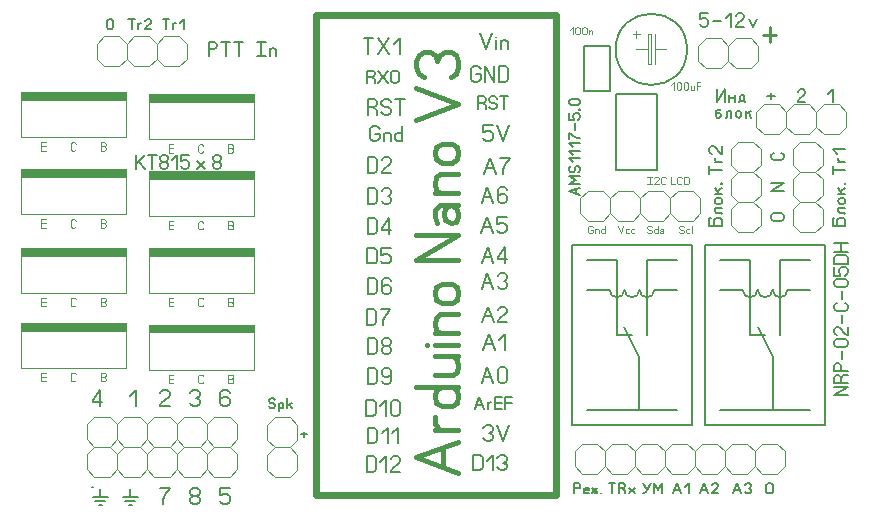
<source format=gbr>
%FSLAX34Y34*%
%MOMM*%
%LNSILK_TOP*%
G71*
G01*
%ADD10C, 0.600*%
%ADD11C, 0.440*%
%ADD12C, 0.170*%
%ADD13C, 0.133*%
%ADD14C, 0.150*%
%ADD15C, 0.159*%
%ADD16C, 0.100*%
%ADD17C, 0.206*%
%ADD18C, 0.278*%
%ADD19C, 0.111*%
%ADD20C, 0.200*%
%ADD21C, 0.191*%
%ADD22C, 0.089*%
%ADD23C, 0.144*%
%ADD24C, 0.167*%
%ADD25C, 0.000*%
%LPD*%
G54D10*
X474662Y-417388D02*
X271462Y-417388D01*
X271462Y-10988D01*
X474662Y-10988D01*
X474662Y-417388D01*
G54D11*
X392262Y-398488D02*
X356707Y-385154D01*
X392262Y-371821D01*
G54D11*
X378929Y-393154D02*
X378929Y-377154D01*
G54D11*
X392262Y-361988D02*
X372262Y-361988D01*
G54D11*
X376707Y-361988D02*
X372262Y-356654D01*
X372262Y-351321D01*
G54D11*
X392262Y-325488D02*
X356707Y-325488D01*
G54D11*
X378040Y-325488D02*
X373596Y-328154D01*
X372262Y-333488D01*
X373596Y-338821D01*
X378040Y-341488D01*
X386929Y-341488D01*
X391374Y-338821D01*
X392262Y-333488D01*
X391374Y-328154D01*
X386929Y-325488D01*
G54D11*
X372262Y-299688D02*
X392262Y-299688D01*
G54D11*
X387818Y-299688D02*
X391374Y-302354D01*
X392262Y-307688D01*
X391374Y-313021D01*
X387818Y-315688D01*
X372262Y-315688D01*
G54D11*
X392262Y-289888D02*
X372262Y-289888D01*
G54D11*
X365596Y-289888D02*
X365596Y-289888D01*
G54D11*
X392262Y-280088D02*
X372262Y-280088D01*
G54D11*
X376707Y-280088D02*
X373596Y-277421D01*
X372262Y-272088D01*
X373596Y-266754D01*
X376707Y-264088D01*
X392262Y-264088D01*
G54D11*
X386929Y-238288D02*
X378040Y-238288D01*
X373596Y-240954D01*
X372262Y-246288D01*
X373596Y-251621D01*
X378040Y-254288D01*
X386929Y-254288D01*
X391374Y-251621D01*
X392262Y-246288D01*
X391374Y-240954D01*
X386929Y-238288D01*
G54D11*
X392262Y-218188D02*
X356707Y-218188D01*
X392262Y-196854D01*
X356707Y-196854D01*
G54D11*
X374485Y-187088D02*
X372262Y-181754D01*
X372262Y-175354D01*
X376707Y-171088D01*
X392262Y-171088D01*
G54D11*
X385596Y-171088D02*
X381151Y-173754D01*
X380262Y-179088D01*
X381151Y-184421D01*
X385596Y-187088D01*
X390040Y-186021D01*
X392262Y-181754D01*
X392262Y-179088D01*
X392262Y-178021D01*
X390040Y-173754D01*
X385596Y-171088D01*
G54D11*
X392262Y-161288D02*
X372262Y-161288D01*
G54D11*
X376707Y-161288D02*
X373596Y-158621D01*
X372262Y-153288D01*
X373596Y-147954D01*
X376707Y-145288D01*
X392262Y-145288D01*
G54D11*
X386929Y-119488D02*
X378040Y-119488D01*
X373596Y-122154D01*
X372262Y-127488D01*
X373596Y-132821D01*
X378040Y-135488D01*
X386929Y-135488D01*
X391374Y-132821D01*
X392262Y-127488D01*
X391374Y-122154D01*
X386929Y-119488D01*
G54D11*
X356707Y-99388D02*
X392262Y-86054D01*
X356707Y-72721D01*
G54D11*
X363374Y-62888D02*
X358929Y-60221D01*
X356707Y-54888D01*
X356707Y-49554D01*
X358929Y-44221D01*
X363374Y-41554D01*
X367818Y-41554D01*
X372262Y-44221D01*
X374485Y-49554D01*
X376707Y-44221D01*
X381151Y-41554D01*
X385596Y-41554D01*
X390040Y-44221D01*
X392262Y-49554D01*
X392262Y-54888D01*
X390040Y-60221D01*
X385596Y-62888D01*
G54D12*
X316055Y-43300D02*
X316055Y-29967D01*
G54D12*
X312055Y-29967D02*
X320055Y-29967D01*
G54D12*
X323755Y-29967D02*
X333755Y-43300D01*
G54D12*
X323755Y-43300D02*
X333755Y-29967D01*
G54D12*
X337455Y-34967D02*
X342455Y-29967D01*
X342455Y-43300D01*
G54D13*
X318239Y-62942D02*
X320639Y-64275D01*
X321439Y-65608D01*
X321439Y-68275D01*
G54D13*
X315039Y-68275D02*
X315039Y-57608D01*
X319039Y-57608D01*
X320639Y-58275D01*
X321439Y-59608D01*
X321439Y-60942D01*
X320639Y-62275D01*
X319039Y-62942D01*
X315039Y-62942D01*
G54D13*
X324372Y-57608D02*
X332372Y-68275D01*
G54D13*
X324372Y-68275D02*
X332372Y-57608D01*
G54D13*
X341705Y-59608D02*
X341705Y-66275D01*
X340905Y-67608D01*
X339305Y-68275D01*
X337705Y-68275D01*
X336105Y-67608D01*
X335305Y-66275D01*
X335305Y-59608D01*
X336105Y-58275D01*
X337705Y-57608D01*
X339305Y-57608D01*
X340905Y-58275D01*
X341705Y-59608D01*
G54D12*
X321503Y-110941D02*
X325503Y-110941D01*
X325503Y-115108D01*
X324503Y-116775D01*
X322503Y-117608D01*
X320503Y-117608D01*
X318503Y-116775D01*
X317503Y-115108D01*
X317503Y-106775D01*
X318503Y-105108D01*
X320503Y-104275D01*
X322503Y-104275D01*
X324503Y-105108D01*
X325503Y-106775D01*
G54D12*
X329203Y-117608D02*
X329203Y-110108D01*
G54D12*
X329203Y-111775D02*
X330203Y-110608D01*
X332203Y-110108D01*
X334203Y-110608D01*
X335203Y-111775D01*
X335203Y-117608D01*
G54D12*
X344903Y-117608D02*
X344903Y-104275D01*
G54D12*
X344903Y-112275D02*
X343903Y-110608D01*
X341903Y-110108D01*
X339903Y-110608D01*
X338903Y-112275D01*
X338903Y-115608D01*
X339903Y-117275D01*
X341903Y-117608D01*
X343903Y-117275D01*
X344903Y-115608D01*
G54D12*
X315728Y-144519D02*
X315728Y-131185D01*
X320728Y-131185D01*
X322728Y-132019D01*
X323728Y-133685D01*
X323728Y-142019D01*
X322728Y-143685D01*
X320728Y-144519D01*
X315728Y-144519D01*
G54D12*
X335428Y-144519D02*
X327428Y-144519D01*
X327428Y-143685D01*
X328428Y-142019D01*
X334428Y-137019D01*
X335428Y-135352D01*
X335428Y-133685D01*
X334428Y-132019D01*
X332428Y-131185D01*
X330428Y-131185D01*
X328428Y-132019D01*
X327428Y-133685D01*
G54D12*
X315538Y-170375D02*
X315538Y-157042D01*
X320538Y-157042D01*
X322538Y-157875D01*
X323538Y-159542D01*
X323538Y-167875D01*
X322538Y-169542D01*
X320538Y-170375D01*
X315538Y-170375D01*
G54D12*
X327238Y-159542D02*
X328238Y-157875D01*
X330238Y-157042D01*
X332238Y-157042D01*
X334238Y-157875D01*
X335238Y-159542D01*
X335238Y-161209D01*
X334238Y-162875D01*
X332238Y-163709D01*
X334238Y-164542D01*
X335238Y-166209D01*
X335238Y-167875D01*
X334238Y-169542D01*
X332238Y-170375D01*
X330238Y-170375D01*
X328238Y-169542D01*
X327238Y-167875D01*
G54D12*
X315604Y-195853D02*
X315604Y-182519D01*
X320604Y-182519D01*
X322604Y-183353D01*
X323604Y-185019D01*
X323604Y-193353D01*
X322604Y-195019D01*
X320604Y-195853D01*
X315604Y-195853D01*
G54D12*
X333304Y-195853D02*
X333304Y-182519D01*
X327304Y-190853D01*
X327304Y-192519D01*
X335304Y-192519D01*
G54D12*
X315082Y-220986D02*
X315082Y-207653D01*
X320082Y-207653D01*
X322082Y-208486D01*
X323082Y-210153D01*
X323082Y-218486D01*
X322082Y-220153D01*
X320082Y-220986D01*
X315082Y-220986D01*
G54D12*
X334782Y-207653D02*
X326782Y-207653D01*
X326782Y-213486D01*
X327782Y-213486D01*
X329782Y-212653D01*
X331782Y-212653D01*
X333782Y-213486D01*
X334782Y-215153D01*
X334782Y-218486D01*
X333782Y-220153D01*
X331782Y-220986D01*
X329782Y-220986D01*
X327782Y-220153D01*
X326782Y-218486D01*
G54D12*
X315538Y-246575D02*
X315538Y-233242D01*
X320538Y-233242D01*
X322538Y-234075D01*
X323538Y-235742D01*
X323538Y-244075D01*
X322538Y-245742D01*
X320538Y-246575D01*
X315538Y-246575D01*
G54D12*
X335238Y-235742D02*
X334238Y-234075D01*
X332238Y-233242D01*
X330238Y-233242D01*
X328238Y-234075D01*
X327238Y-235742D01*
X327238Y-239909D01*
X327238Y-240742D01*
X330238Y-239075D01*
X332238Y-239075D01*
X334238Y-239909D01*
X335238Y-241575D01*
X335238Y-244075D01*
X334238Y-245742D01*
X332238Y-246575D01*
X330238Y-246575D01*
X328238Y-245742D01*
X327238Y-244075D01*
X327238Y-239909D01*
G54D12*
X314688Y-272845D02*
X314688Y-259512D01*
X319688Y-259512D01*
X321688Y-260345D01*
X322688Y-262012D01*
X322688Y-270345D01*
X321688Y-272012D01*
X319688Y-272845D01*
X314688Y-272845D01*
G54D12*
X326388Y-259512D02*
X334388Y-259512D01*
X333388Y-261178D01*
X331388Y-263678D01*
X329388Y-267012D01*
X328388Y-269512D01*
X328388Y-272845D01*
G54D12*
X315538Y-297375D02*
X315538Y-284042D01*
X320538Y-284042D01*
X322538Y-284875D01*
X323538Y-286542D01*
X323538Y-294875D01*
X322538Y-296542D01*
X320538Y-297375D01*
X315538Y-297375D01*
G54D12*
X332238Y-290709D02*
X330238Y-290709D01*
X328238Y-289875D01*
X327238Y-288209D01*
X327238Y-286542D01*
X328238Y-284875D01*
X330238Y-284042D01*
X332238Y-284042D01*
X334238Y-284875D01*
X335238Y-286542D01*
X335238Y-288209D01*
X334238Y-289875D01*
X332238Y-290709D01*
X334238Y-291542D01*
X335238Y-293209D01*
X335238Y-294875D01*
X334238Y-296542D01*
X332238Y-297375D01*
X330238Y-297375D01*
X328238Y-296542D01*
X327238Y-294875D01*
X327238Y-293209D01*
X328238Y-291542D01*
X330238Y-290709D01*
G54D12*
X315538Y-322775D02*
X315538Y-309442D01*
X320538Y-309442D01*
X322538Y-310275D01*
X323538Y-311942D01*
X323538Y-320275D01*
X322538Y-321942D01*
X320538Y-322775D01*
X315538Y-322775D01*
G54D12*
X327238Y-320275D02*
X328238Y-321942D01*
X330238Y-322775D01*
X332238Y-322775D01*
X334238Y-321942D01*
X335238Y-320275D01*
X335238Y-316109D01*
X335238Y-315275D01*
X332238Y-316942D01*
X330238Y-316942D01*
X328238Y-316109D01*
X327238Y-314442D01*
X327238Y-311942D01*
X328238Y-310275D01*
X330238Y-309442D01*
X332238Y-309442D01*
X334238Y-310275D01*
X335238Y-311942D01*
X335238Y-316109D01*
G54D12*
X314363Y-350175D02*
X314363Y-336842D01*
X319363Y-336842D01*
X321363Y-337675D01*
X322363Y-339342D01*
X322363Y-347675D01*
X321363Y-349342D01*
X319363Y-350175D01*
X314363Y-350175D01*
G54D12*
X326063Y-341842D02*
X331063Y-336842D01*
X331063Y-350175D01*
G54D12*
X342763Y-339342D02*
X342763Y-347675D01*
X341763Y-349342D01*
X339763Y-350175D01*
X337763Y-350175D01*
X335763Y-349342D01*
X334763Y-347675D01*
X334763Y-339342D01*
X335763Y-337675D01*
X337763Y-336842D01*
X339763Y-336842D01*
X341763Y-337675D01*
X342763Y-339342D01*
G54D12*
X315596Y-373254D02*
X315596Y-359921D01*
X320596Y-359921D01*
X322596Y-360754D01*
X323596Y-362421D01*
X323596Y-370754D01*
X322596Y-372421D01*
X320596Y-373254D01*
X315596Y-373254D01*
G54D12*
X327296Y-364921D02*
X332296Y-359921D01*
X332296Y-373254D01*
G54D12*
X335996Y-364921D02*
X340996Y-359921D01*
X340996Y-373254D01*
G54D12*
X314553Y-397344D02*
X314553Y-384010D01*
X319553Y-384010D01*
X321553Y-384844D01*
X322553Y-386510D01*
X322553Y-394844D01*
X321553Y-396510D01*
X319553Y-397344D01*
X314553Y-397344D01*
G54D12*
X326253Y-389010D02*
X331253Y-384010D01*
X331253Y-397344D01*
G54D12*
X342953Y-397344D02*
X334953Y-397344D01*
X334953Y-396510D01*
X335953Y-394844D01*
X341953Y-389844D01*
X342953Y-388177D01*
X342953Y-386510D01*
X341953Y-384844D01*
X339953Y-384010D01*
X337953Y-384010D01*
X335953Y-384844D01*
X334953Y-386510D01*
G54D12*
X319397Y-88379D02*
X322397Y-90046D01*
X323397Y-91712D01*
X323397Y-95046D01*
G54D12*
X315397Y-95046D02*
X315397Y-81712D01*
X320397Y-81712D01*
X322397Y-82546D01*
X323397Y-84212D01*
X323397Y-85879D01*
X322397Y-87546D01*
X320397Y-88379D01*
X315397Y-88379D01*
G54D12*
X327097Y-92546D02*
X328097Y-94212D01*
X330097Y-95046D01*
X332097Y-95046D01*
X334097Y-94212D01*
X335097Y-92546D01*
X335097Y-90879D01*
X334097Y-89212D01*
X332097Y-88379D01*
X330097Y-88379D01*
X328097Y-87546D01*
X327097Y-85879D01*
X327097Y-84212D01*
X328097Y-82546D01*
X330097Y-81712D01*
X332097Y-81712D01*
X334097Y-82546D01*
X335097Y-84212D01*
G54D12*
X342797Y-95046D02*
X342797Y-81712D01*
G54D12*
X338797Y-81712D02*
X346797Y-81712D01*
G54D12*
X404813Y-396175D02*
X404813Y-382842D01*
X409813Y-382842D01*
X411813Y-383675D01*
X412813Y-385342D01*
X412813Y-393675D01*
X411813Y-395342D01*
X409813Y-396175D01*
X404813Y-396175D01*
G54D12*
X416513Y-387842D02*
X421513Y-382842D01*
X421513Y-396175D01*
G54D12*
X425213Y-385342D02*
X426213Y-383675D01*
X428213Y-382842D01*
X430213Y-382842D01*
X432213Y-383675D01*
X433213Y-385342D01*
X433213Y-387009D01*
X432213Y-388675D01*
X430213Y-389509D01*
X432213Y-390342D01*
X433213Y-392009D01*
X433213Y-393675D01*
X432213Y-395342D01*
X430213Y-396175D01*
X428213Y-396175D01*
X426213Y-395342D01*
X425213Y-393675D01*
G54D12*
X413437Y-360054D02*
X414437Y-358388D01*
X416437Y-357554D01*
X418437Y-357554D01*
X420437Y-358388D01*
X421437Y-360054D01*
X421437Y-361721D01*
X420437Y-363388D01*
X418437Y-364221D01*
X420437Y-365054D01*
X421437Y-366721D01*
X421437Y-368388D01*
X420437Y-370054D01*
X418437Y-370888D01*
X416437Y-370888D01*
X414437Y-370054D01*
X413437Y-368388D01*
G54D12*
X425137Y-357554D02*
X430137Y-370888D01*
X435137Y-357554D01*
G54D13*
X406090Y-344500D02*
X410090Y-333834D01*
X414090Y-344500D01*
G54D13*
X407690Y-340500D02*
X412490Y-340500D01*
G54D13*
X417023Y-344500D02*
X417023Y-338500D01*
G54D13*
X417023Y-339834D02*
X418623Y-338500D01*
X420223Y-338500D01*
G54D13*
X428756Y-344500D02*
X423156Y-344500D01*
X423156Y-333834D01*
X428756Y-333834D01*
G54D13*
X423156Y-339167D02*
X428756Y-339167D01*
G54D13*
X431689Y-344500D02*
X431689Y-333834D01*
X437289Y-333834D01*
G54D13*
X431689Y-339167D02*
X437289Y-339167D01*
G54D12*
X411842Y-322080D02*
X416842Y-308746D01*
X421842Y-322080D01*
G54D12*
X413842Y-317080D02*
X419842Y-317080D01*
G54D12*
X433542Y-311246D02*
X433542Y-319580D01*
X432542Y-321246D01*
X430542Y-322080D01*
X428542Y-322080D01*
X426542Y-321246D01*
X425542Y-319580D01*
X425542Y-311246D01*
X426542Y-309580D01*
X428542Y-308746D01*
X430542Y-308746D01*
X432542Y-309580D01*
X433542Y-311246D01*
G54D12*
X413075Y-294359D02*
X418075Y-281025D01*
X423075Y-294359D01*
G54D12*
X415075Y-289359D02*
X421075Y-289359D01*
G54D12*
X426775Y-286025D02*
X431775Y-281025D01*
X431775Y-294359D01*
G54D12*
X412032Y-270823D02*
X417032Y-257490D01*
X422032Y-270823D01*
G54D12*
X414032Y-265823D02*
X420032Y-265823D01*
G54D12*
X433732Y-270823D02*
X425732Y-270823D01*
X425732Y-269990D01*
X426732Y-268323D01*
X432732Y-263323D01*
X433732Y-261656D01*
X433732Y-259990D01*
X432732Y-258323D01*
X430732Y-257490D01*
X428732Y-257490D01*
X426732Y-258323D01*
X425732Y-259990D01*
G54D12*
X411842Y-242705D02*
X416842Y-229371D01*
X421842Y-242705D01*
G54D12*
X413842Y-237705D02*
X419842Y-237705D01*
G54D12*
X425542Y-231871D02*
X426542Y-230205D01*
X428542Y-229371D01*
X430542Y-229371D01*
X432542Y-230205D01*
X433542Y-231871D01*
X433542Y-233538D01*
X432542Y-235205D01*
X430542Y-236038D01*
X432542Y-236871D01*
X433542Y-238538D01*
X433542Y-240205D01*
X432542Y-241871D01*
X430542Y-242705D01*
X428542Y-242705D01*
X426542Y-241871D01*
X425542Y-240205D01*
G54D12*
X411907Y-220560D02*
X416907Y-207227D01*
X421907Y-220560D01*
G54D12*
X413907Y-215560D02*
X419907Y-215560D01*
G54D12*
X431607Y-220560D02*
X431607Y-207227D01*
X425607Y-215560D01*
X425607Y-217227D01*
X433607Y-217227D01*
G54D12*
X411386Y-194890D02*
X416386Y-181557D01*
X421386Y-194890D01*
G54D12*
X413386Y-189890D02*
X419386Y-189890D01*
G54D12*
X433086Y-181557D02*
X425086Y-181557D01*
X425086Y-187390D01*
X426086Y-187390D01*
X428086Y-186557D01*
X430086Y-186557D01*
X432086Y-187390D01*
X433086Y-189057D01*
X433086Y-192390D01*
X432086Y-194057D01*
X430086Y-194890D01*
X428086Y-194890D01*
X426086Y-194057D01*
X425086Y-192390D01*
G54D12*
X411842Y-169680D02*
X416842Y-156346D01*
X421842Y-169680D01*
G54D12*
X413842Y-164680D02*
X419842Y-164680D01*
G54D12*
X433542Y-158846D02*
X432542Y-157180D01*
X430542Y-156346D01*
X428542Y-156346D01*
X426542Y-157180D01*
X425542Y-158846D01*
X425542Y-163013D01*
X425542Y-163846D01*
X428542Y-162180D01*
X430542Y-162180D01*
X432542Y-163013D01*
X433542Y-164680D01*
X433542Y-167180D01*
X432542Y-168846D01*
X430542Y-169680D01*
X428542Y-169680D01*
X426542Y-168846D01*
X425542Y-167180D01*
X425542Y-163013D01*
G54D12*
X414165Y-145154D02*
X419165Y-131820D01*
X424165Y-145153D01*
G54D12*
X416165Y-140153D02*
X422165Y-140153D01*
G54D12*
X427865Y-131820D02*
X435865Y-131820D01*
X434865Y-133487D01*
X432865Y-135987D01*
X430865Y-139320D01*
X429865Y-141820D01*
X429865Y-145153D01*
G54D12*
X421285Y-104027D02*
X413285Y-104027D01*
X413285Y-109860D01*
X414285Y-109860D01*
X416285Y-109027D01*
X418285Y-109027D01*
X420285Y-109860D01*
X421285Y-111527D01*
X421285Y-114860D01*
X420285Y-116527D01*
X418285Y-117360D01*
X416285Y-117360D01*
X414285Y-116527D01*
X413285Y-114860D01*
G54D12*
X424985Y-104027D02*
X429985Y-117360D01*
X434985Y-104027D01*
G54D13*
X412222Y-84912D02*
X414622Y-86246D01*
X415422Y-87579D01*
X415422Y-90246D01*
G54D13*
X409022Y-90246D02*
X409022Y-79579D01*
X413022Y-79579D01*
X414622Y-80246D01*
X415422Y-81579D01*
X415422Y-82912D01*
X414622Y-84246D01*
X413022Y-84912D01*
X409022Y-84912D01*
G54D13*
X418355Y-88246D02*
X419155Y-89579D01*
X420755Y-90246D01*
X422355Y-90246D01*
X423955Y-89579D01*
X424755Y-88246D01*
X424755Y-86912D01*
X423955Y-85579D01*
X422355Y-84912D01*
X420755Y-84912D01*
X419155Y-84246D01*
X418355Y-82912D01*
X418355Y-81579D01*
X419155Y-80246D01*
X420755Y-79579D01*
X422355Y-79579D01*
X423955Y-80246D01*
X424755Y-81579D01*
G54D13*
X430888Y-90246D02*
X430888Y-79579D01*
G54D13*
X427688Y-79579D02*
X434088Y-79579D01*
G54D12*
X407046Y-60337D02*
X411046Y-60337D01*
X411046Y-64504D01*
X410046Y-66171D01*
X408046Y-67004D01*
X406046Y-67004D01*
X404046Y-66171D01*
X403046Y-64504D01*
X403046Y-56171D01*
X404046Y-54504D01*
X406046Y-53671D01*
X408046Y-53671D01*
X410046Y-54504D01*
X411046Y-56171D01*
G54D12*
X414746Y-67004D02*
X414746Y-53671D01*
X422746Y-67004D01*
X422746Y-53671D01*
G54D12*
X426446Y-67004D02*
X426446Y-53671D01*
X431446Y-53671D01*
X433446Y-54504D01*
X434446Y-56171D01*
X434446Y-64504D01*
X433446Y-66171D01*
X431446Y-67004D01*
X426446Y-67004D01*
G54D12*
X410781Y-26163D02*
X415781Y-39496D01*
X420781Y-26163D01*
G54D12*
X424481Y-39496D02*
X424481Y-31996D01*
G54D12*
X424481Y-29496D02*
X424481Y-29496D01*
G54D12*
X428181Y-39496D02*
X428181Y-31996D01*
G54D12*
X428181Y-33663D02*
X429181Y-32496D01*
X431181Y-31996D01*
X433181Y-32496D01*
X434181Y-33663D01*
X434181Y-39496D01*
G54D14*
X525384Y-142240D02*
X560384Y-142240D01*
X560384Y-77240D01*
X525384Y-77240D01*
X525384Y-142240D01*
G54D15*
X495140Y-163327D02*
X486251Y-159993D01*
X495140Y-156660D01*
G54D15*
X491806Y-161993D02*
X491806Y-157993D01*
G54D15*
X495140Y-153549D02*
X486251Y-153549D01*
X491806Y-150215D01*
X486251Y-146882D01*
X495140Y-146882D01*
G54D15*
X493473Y-143771D02*
X494584Y-143104D01*
X495140Y-141771D01*
X495140Y-140437D01*
X494584Y-139104D01*
X493473Y-138437D01*
X492362Y-138437D01*
X491251Y-139104D01*
X490695Y-140437D01*
X490695Y-141771D01*
X490140Y-143104D01*
X489029Y-143771D01*
X487918Y-143771D01*
X486806Y-143104D01*
X486251Y-141771D01*
X486251Y-140437D01*
X486806Y-139104D01*
X487918Y-138437D01*
G54D15*
X489584Y-135327D02*
X486251Y-131993D01*
X495140Y-131993D01*
G54D15*
X489584Y-128883D02*
X486251Y-125549D01*
X495140Y-125549D01*
G54D15*
X489584Y-122439D02*
X486251Y-119105D01*
X495140Y-119105D01*
G54D15*
X486251Y-115995D02*
X486251Y-110661D01*
X487362Y-111328D01*
X489029Y-112661D01*
X491251Y-113995D01*
X492918Y-114661D01*
X495140Y-114661D01*
G54D15*
X491251Y-107551D02*
X491251Y-102217D01*
G54D15*
X486251Y-93773D02*
X486251Y-99107D01*
X490140Y-99107D01*
X490140Y-98440D01*
X489584Y-97107D01*
X489584Y-95773D01*
X490140Y-94440D01*
X491251Y-93773D01*
X493473Y-93773D01*
X494584Y-94440D01*
X495140Y-95773D01*
X495140Y-97107D01*
X494584Y-98440D01*
X493473Y-99107D01*
G54D15*
X495140Y-90129D02*
X495140Y-90663D01*
X494695Y-90663D01*
X494695Y-90129D01*
X495140Y-90129D01*
X495140Y-90663D01*
G54D15*
X487918Y-81685D02*
X493473Y-81685D01*
X494584Y-82352D01*
X495140Y-83685D01*
X495140Y-85019D01*
X494584Y-86352D01*
X493473Y-87019D01*
X487918Y-87019D01*
X486806Y-86352D01*
X486251Y-85019D01*
X486251Y-83685D01*
X486806Y-82352D01*
X487918Y-81685D01*
G54D16*
X595359Y-36469D02*
X601659Y-30169D01*
X614459Y-30169D01*
X620759Y-36469D01*
X620759Y-49269D01*
X614459Y-55569D01*
X601659Y-55569D01*
X595359Y-49269D01*
X595359Y-36469D01*
G54D16*
X620759Y-36469D02*
X627059Y-30169D01*
X639859Y-30169D01*
X646159Y-36469D01*
X646159Y-49269D01*
X639859Y-55569D01*
X627059Y-55569D01*
X620759Y-49269D01*
X620759Y-36469D01*
G54D17*
X603751Y-9005D02*
X596818Y-9005D01*
X596818Y-14061D01*
X597684Y-14061D01*
X599418Y-13338D01*
X601151Y-13338D01*
X602884Y-14061D01*
X603751Y-15505D01*
X603751Y-18394D01*
X602884Y-19838D01*
X601151Y-20561D01*
X599418Y-20561D01*
X597684Y-19838D01*
X596818Y-18394D01*
G54D17*
X607795Y-15505D02*
X614728Y-15505D01*
G54D17*
X618772Y-13338D02*
X623105Y-9005D01*
X623105Y-20561D01*
G54D17*
X634082Y-20561D02*
X627149Y-20561D01*
X627149Y-19838D01*
X628015Y-18394D01*
X633215Y-14061D01*
X634082Y-12616D01*
X634082Y-11172D01*
X633215Y-9727D01*
X631482Y-9005D01*
X629749Y-9005D01*
X628015Y-9727D01*
X627149Y-11172D01*
G54D17*
X638126Y-14061D02*
X641592Y-20561D01*
X645059Y-14061D01*
G54D18*
X655929Y-20512D02*
X655929Y-33846D01*
G54D18*
X661484Y-27179D02*
X650373Y-27179D01*
G54D16*
X162273Y-34880D02*
X155973Y-28580D01*
X143173Y-28580D01*
X136873Y-34880D01*
X136873Y-47680D01*
X143173Y-53980D01*
X155973Y-53980D01*
X162273Y-47680D01*
X162273Y-34880D01*
G54D16*
X136873Y-34880D02*
X130573Y-28580D01*
X117773Y-28580D01*
X111473Y-34880D01*
X111473Y-47680D01*
X117773Y-53980D01*
X130573Y-53980D01*
X136873Y-47680D01*
X136873Y-34880D01*
G54D16*
X111473Y-34880D02*
X105173Y-28580D01*
X92373Y-28580D01*
X86073Y-34880D01*
X86073Y-47680D01*
X92373Y-53980D01*
X105173Y-53980D01*
X111473Y-47680D01*
X111473Y-34880D01*
G54D15*
X99962Y-15555D02*
X99962Y-21111D01*
X99296Y-22222D01*
X97962Y-22777D01*
X96629Y-22777D01*
X95296Y-22222D01*
X94629Y-21111D01*
X94629Y-15555D01*
X95296Y-14444D01*
X96629Y-13888D01*
X97962Y-13888D01*
X99296Y-14444D01*
X99962Y-15555D01*
G54D15*
X115472Y-22777D02*
X115472Y-13888D01*
G54D15*
X112805Y-13888D02*
X118138Y-13888D01*
G54D15*
X121249Y-22777D02*
X121249Y-17777D01*
G54D15*
X121249Y-18888D02*
X122582Y-17777D01*
X123916Y-17777D01*
G54D15*
X132360Y-22777D02*
X127027Y-22777D01*
X127027Y-22222D01*
X127694Y-21111D01*
X131694Y-17777D01*
X132360Y-16666D01*
X132360Y-15555D01*
X131694Y-14444D01*
X130360Y-13888D01*
X129027Y-13888D01*
X127694Y-14444D01*
X127027Y-15555D01*
G54D15*
X144626Y-22777D02*
X144626Y-13888D01*
G54D15*
X141959Y-13888D02*
X147292Y-13888D01*
G54D15*
X150403Y-22777D02*
X150403Y-17777D01*
G54D15*
X150403Y-18888D02*
X151736Y-17777D01*
X153070Y-17777D01*
G54D15*
X156181Y-17222D02*
X159514Y-13888D01*
X159514Y-22777D01*
G54D17*
X180674Y-45149D02*
X180674Y-33593D01*
X185007Y-33593D01*
X186740Y-34315D01*
X187607Y-35760D01*
X187607Y-37204D01*
X186740Y-38649D01*
X185007Y-39371D01*
X180674Y-39371D01*
G54D17*
X195117Y-45149D02*
X195117Y-33593D01*
G54D17*
X191651Y-33593D02*
X198584Y-33593D01*
G54D17*
X206094Y-45149D02*
X206094Y-33593D01*
G54D17*
X202628Y-33593D02*
X209561Y-33593D01*
G54D17*
X222039Y-45149D02*
X228972Y-45149D01*
G54D17*
X225505Y-45149D02*
X225505Y-33593D01*
G54D17*
X222039Y-33593D02*
X228972Y-33593D01*
G54D17*
X233016Y-45149D02*
X233016Y-38649D01*
G54D17*
X233016Y-40093D02*
X233882Y-39082D01*
X235616Y-38649D01*
X237349Y-39082D01*
X238216Y-40093D01*
X238216Y-45149D01*
G54D14*
X498587Y-36538D02*
X520588Y-36538D01*
X520588Y-74538D01*
X498587Y-74538D01*
X498587Y-36538D01*
G54D19*
X486547Y-23170D02*
X488880Y-20836D01*
X488880Y-27058D01*
G54D19*
X494791Y-22003D02*
X494791Y-25892D01*
X494324Y-26670D01*
X493391Y-27058D01*
X492458Y-27058D01*
X491524Y-26670D01*
X491058Y-25892D01*
X491058Y-22003D01*
X491524Y-21225D01*
X492458Y-20836D01*
X493391Y-20836D01*
X494324Y-21225D01*
X494791Y-22003D01*
G54D19*
X500702Y-22003D02*
X500702Y-25892D01*
X500235Y-26670D01*
X499302Y-27058D01*
X498369Y-27058D01*
X497435Y-26670D01*
X496969Y-25892D01*
X496969Y-22003D01*
X497435Y-21225D01*
X498369Y-20836D01*
X499302Y-20836D01*
X500235Y-21225D01*
X500702Y-22003D01*
G54D19*
X502880Y-27058D02*
X502880Y-23558D01*
G54D19*
X502880Y-24336D02*
X503346Y-23792D01*
X504280Y-23558D01*
X505213Y-23792D01*
X505680Y-24336D01*
X505680Y-27058D01*
G54D16*
X552425Y-26988D02*
X552425Y-52388D01*
G54D16*
X558825Y-26988D02*
X558825Y-52388D01*
G54D16*
X542925Y-39688D02*
X552425Y-39688D01*
G54D16*
X558825Y-39688D02*
X568325Y-39688D01*
G54D16*
X539725Y-26988D02*
X546125Y-26988D01*
G54D16*
X542925Y-23788D02*
X542925Y-30188D01*
G54D20*
G75*
G01X585825Y-39688D02*
G03X585825Y-39688I-30200J0D01*
G01*
G54D16*
X552525Y-26987D02*
X555625Y-26988D01*
X555625Y-52388D01*
X552525Y-52387D01*
G54D19*
X572584Y-70022D02*
X574918Y-67689D01*
X574918Y-73911D01*
G54D19*
X580829Y-68856D02*
X580829Y-72745D01*
X580362Y-73522D01*
X579429Y-73911D01*
X578495Y-73911D01*
X577562Y-73522D01*
X577095Y-72745D01*
X577095Y-68856D01*
X577562Y-68078D01*
X578495Y-67689D01*
X579429Y-67689D01*
X580362Y-68078D01*
X580829Y-68856D01*
G54D19*
X586740Y-68856D02*
X586740Y-72745D01*
X586273Y-73522D01*
X585340Y-73911D01*
X584406Y-73911D01*
X583473Y-73522D01*
X583006Y-72745D01*
X583006Y-68856D01*
X583473Y-68078D01*
X584406Y-67689D01*
X585340Y-67689D01*
X586273Y-68078D01*
X586740Y-68856D01*
G54D19*
X591717Y-70411D02*
X591717Y-73911D01*
G54D19*
X591717Y-73134D02*
X591251Y-73756D01*
X590317Y-73911D01*
X589384Y-73756D01*
X588917Y-73134D01*
X588917Y-70411D01*
G54D19*
X593895Y-73911D02*
X593895Y-67689D01*
X597162Y-67689D01*
G54D19*
X593895Y-70800D02*
X597162Y-70800D01*
G54D16*
X694242Y-194330D02*
X700542Y-188030D01*
X700543Y-175230D01*
X694243Y-168930D01*
X681443Y-168930D01*
X675142Y-175230D01*
X675142Y-188030D01*
X681442Y-194330D01*
X694242Y-194330D01*
G54D16*
X694243Y-168930D02*
X700542Y-162630D01*
X700543Y-149830D01*
X694242Y-143530D01*
X681442Y-143530D01*
X675143Y-149830D01*
X675142Y-162630D01*
X681443Y-168930D01*
X694243Y-168930D01*
G54D16*
X694242Y-143530D02*
X700543Y-137230D01*
X700543Y-124430D01*
X694242Y-118130D01*
X681443Y-118130D01*
X675143Y-124430D01*
X675142Y-137230D01*
X681442Y-143530D01*
X694242Y-143530D01*
G54D21*
X719801Y-189096D02*
X709134Y-189096D01*
X709134Y-182696D01*
X710468Y-182696D01*
G54D21*
X713134Y-189096D02*
X713134Y-184296D01*
X714468Y-182696D01*
X718468Y-182696D01*
X719801Y-184296D01*
X719801Y-189096D01*
G54D21*
X719801Y-178962D02*
X719134Y-178162D01*
X715134Y-178162D01*
X713801Y-176562D01*
X713801Y-174162D01*
X719801Y-174162D01*
G54D21*
X718201Y-165630D02*
X715534Y-165630D01*
X714201Y-166430D01*
X713801Y-168030D01*
X714201Y-169630D01*
X715534Y-170430D01*
X718201Y-170430D01*
X719534Y-169630D01*
X719801Y-168030D01*
X719534Y-166430D01*
X718201Y-165630D01*
G54D21*
X719801Y-161896D02*
X713801Y-161896D01*
G54D21*
X715801Y-159496D02*
X719801Y-157096D01*
G54D21*
X717134Y-161896D02*
X713801Y-157096D01*
G54D21*
X719801Y-152724D02*
X719801Y-153364D01*
X719268Y-153364D01*
X719268Y-152724D01*
X719801Y-152724D01*
X719801Y-153364D01*
G54D21*
X719801Y-141898D02*
X709134Y-141898D01*
G54D21*
X709134Y-145098D02*
X709134Y-138698D01*
G54D21*
X719801Y-134964D02*
X713801Y-134964D01*
G54D21*
X715134Y-134964D02*
X713801Y-133364D01*
X713801Y-131764D01*
G54D21*
X713134Y-128032D02*
X709134Y-124032D01*
X719801Y-124032D01*
G54D21*
X659122Y-178560D02*
X665788Y-178560D01*
X667122Y-179360D01*
X667788Y-180960D01*
X667788Y-182560D01*
X667122Y-184160D01*
X665788Y-184960D01*
X659122Y-184960D01*
X657788Y-184160D01*
X657122Y-182560D01*
X657122Y-180960D01*
X657788Y-179360D01*
X659122Y-178560D01*
G54D21*
X667788Y-159255D02*
X657122Y-159255D01*
X667788Y-152855D01*
X657122Y-152855D01*
G54D21*
X665788Y-127150D02*
X667122Y-127950D01*
X667788Y-129550D01*
X667788Y-131150D01*
X667122Y-132750D01*
X665788Y-133550D01*
X659122Y-133550D01*
X657788Y-132750D01*
X657122Y-131150D01*
X657122Y-129550D01*
X657788Y-127950D01*
X659122Y-127150D01*
G54D16*
X249644Y-401979D02*
X255944Y-395679D01*
X255944Y-382879D01*
X249644Y-376579D01*
X236844Y-376579D01*
X230544Y-382879D01*
X230544Y-395679D01*
X236844Y-401979D01*
X249644Y-401979D01*
G54D16*
X249644Y-376579D02*
X255944Y-370279D01*
X255944Y-357479D01*
X249644Y-351179D01*
X236844Y-351179D01*
X230544Y-357479D01*
X230544Y-370279D01*
X236844Y-376579D01*
X249644Y-376579D01*
G54D15*
X231672Y-342036D02*
X232339Y-343147D01*
X233672Y-343703D01*
X235006Y-343703D01*
X236339Y-343147D01*
X237006Y-342036D01*
X237006Y-340925D01*
X236339Y-339814D01*
X235006Y-339258D01*
X233672Y-339258D01*
X232339Y-338703D01*
X231672Y-337592D01*
X231672Y-336481D01*
X232339Y-335370D01*
X233672Y-334814D01*
X235006Y-334814D01*
X236339Y-335370D01*
X237006Y-336481D01*
G54D15*
X240116Y-338703D02*
X240116Y-345925D01*
G54D15*
X240116Y-342036D02*
X240783Y-343481D01*
X242116Y-343703D01*
X243450Y-343481D01*
X244116Y-342370D01*
X244116Y-340147D01*
X243450Y-339036D01*
X242116Y-338703D01*
X240783Y-339036D01*
X240116Y-340370D01*
G54D15*
X247227Y-343703D02*
X247227Y-334814D01*
G54D15*
X249227Y-340370D02*
X251227Y-343703D01*
G54D15*
X247227Y-341481D02*
X251227Y-338703D01*
G54D15*
X258576Y-365501D02*
X263910Y-365501D01*
G54D15*
X261243Y-363279D02*
X261243Y-367723D01*
G54D16*
X596984Y-165664D02*
X590684Y-159364D01*
X577884Y-159364D01*
X571584Y-165664D01*
X571584Y-178464D01*
X577884Y-184764D01*
X590684Y-184764D01*
X596984Y-178464D01*
X596984Y-165664D01*
G54D16*
X571584Y-165664D02*
X565284Y-159364D01*
X552484Y-159364D01*
X546184Y-165664D01*
X546184Y-178464D01*
X552484Y-184764D01*
X565284Y-184764D01*
X571584Y-178464D01*
X571584Y-165664D01*
G54D16*
X546184Y-165664D02*
X539884Y-159364D01*
X527084Y-159364D01*
X520784Y-165664D01*
X520784Y-178464D01*
X527084Y-184764D01*
X539884Y-184764D01*
X546184Y-178464D01*
X546184Y-165664D01*
G54D16*
X520784Y-165664D02*
X514484Y-159364D01*
X501684Y-159364D01*
X495384Y-165664D01*
X495384Y-178464D01*
X501684Y-184764D01*
X514484Y-184764D01*
X520784Y-178464D01*
X520784Y-165664D01*
G54D19*
X552251Y-153844D02*
X555984Y-153844D01*
G54D19*
X554118Y-153844D02*
X554118Y-147621D01*
G54D19*
X552251Y-147621D02*
X555984Y-147621D01*
G54D19*
X561895Y-153844D02*
X558162Y-153844D01*
X558162Y-153455D01*
X558629Y-152677D01*
X561429Y-150344D01*
X561895Y-149566D01*
X561895Y-148788D01*
X561429Y-148010D01*
X560495Y-147621D01*
X559562Y-147621D01*
X558629Y-148010D01*
X558162Y-148788D01*
G54D19*
X567806Y-152677D02*
X567340Y-153455D01*
X566406Y-153844D01*
X565473Y-153844D01*
X564540Y-153455D01*
X564073Y-152677D01*
X564073Y-148788D01*
X564540Y-148010D01*
X565473Y-147621D01*
X566406Y-147621D01*
X567340Y-148010D01*
X567806Y-148788D01*
G54D19*
X572255Y-147621D02*
X572255Y-153844D01*
X575522Y-153844D01*
G54D19*
X581433Y-152677D02*
X580967Y-153455D01*
X580033Y-153844D01*
X579100Y-153844D01*
X578167Y-153455D01*
X577700Y-152677D01*
X577700Y-148788D01*
X578167Y-148010D01*
X579100Y-147621D01*
X580033Y-147621D01*
X580967Y-148010D01*
X581433Y-148788D01*
G54D19*
X583611Y-153844D02*
X583611Y-147621D01*
X585944Y-147621D01*
X586878Y-148010D01*
X587344Y-148788D01*
X587344Y-152677D01*
X586878Y-153455D01*
X585944Y-153844D01*
X583611Y-153844D01*
G54D19*
X504117Y-192323D02*
X505983Y-192323D01*
X505983Y-194267D01*
X505517Y-195045D01*
X504583Y-195434D01*
X503650Y-195434D01*
X502717Y-195045D01*
X502250Y-194267D01*
X502250Y-190378D01*
X502717Y-189600D01*
X503650Y-189212D01*
X504583Y-189212D01*
X505517Y-189600D01*
X505983Y-190378D01*
G54D19*
X508161Y-195434D02*
X508161Y-191934D01*
G54D19*
X508161Y-192712D02*
X508628Y-192167D01*
X509561Y-191934D01*
X510494Y-192167D01*
X510961Y-192712D01*
X510961Y-195434D01*
G54D19*
X515939Y-195434D02*
X515939Y-189212D01*
G54D19*
X515939Y-192945D02*
X515472Y-192167D01*
X514539Y-191934D01*
X513606Y-192167D01*
X513139Y-192945D01*
X513139Y-194500D01*
X513606Y-195278D01*
X514539Y-195434D01*
X515472Y-195278D01*
X515939Y-194500D01*
G54D19*
X527201Y-189212D02*
X529534Y-195434D01*
X531868Y-189212D01*
G54D19*
X536379Y-192167D02*
X535446Y-191934D01*
X534513Y-192167D01*
X534046Y-192945D01*
X534046Y-194500D01*
X534513Y-195278D01*
X535446Y-195434D01*
X536379Y-195278D01*
G54D19*
X540890Y-192167D02*
X539957Y-191934D01*
X539024Y-192167D01*
X538557Y-192945D01*
X538557Y-194500D01*
X539024Y-195278D01*
X539957Y-195434D01*
X540890Y-195278D01*
G54D19*
X552152Y-194267D02*
X552619Y-195045D01*
X553552Y-195434D01*
X554485Y-195434D01*
X555419Y-195045D01*
X555885Y-194267D01*
X555885Y-193489D01*
X555419Y-192712D01*
X554485Y-192323D01*
X553552Y-192323D01*
X552619Y-191934D01*
X552152Y-191156D01*
X552152Y-190378D01*
X552619Y-189600D01*
X553552Y-189212D01*
X554485Y-189212D01*
X555419Y-189600D01*
X555885Y-190378D01*
G54D19*
X560863Y-195434D02*
X560863Y-189212D01*
G54D19*
X560863Y-192945D02*
X560396Y-192167D01*
X559463Y-191934D01*
X558530Y-192167D01*
X558063Y-192945D01*
X558063Y-194500D01*
X558530Y-195278D01*
X559463Y-195434D01*
X560396Y-195278D01*
X560863Y-194500D01*
G54D19*
X563041Y-192323D02*
X563974Y-191934D01*
X565094Y-191934D01*
X565841Y-192712D01*
X565841Y-195434D01*
G54D19*
X565841Y-194267D02*
X565374Y-193489D01*
X564441Y-193334D01*
X563508Y-193489D01*
X563041Y-194267D01*
X563228Y-195045D01*
X563974Y-195434D01*
X564441Y-195434D01*
X564628Y-195434D01*
X565374Y-195045D01*
X565841Y-194267D01*
G54D19*
X579374Y-194267D02*
X579841Y-195045D01*
X580774Y-195434D01*
X581707Y-195434D01*
X582641Y-195045D01*
X583107Y-194267D01*
X583107Y-193489D01*
X582641Y-192712D01*
X581707Y-192323D01*
X580774Y-192323D01*
X579841Y-191934D01*
X579374Y-191156D01*
X579374Y-190378D01*
X579841Y-189600D01*
X580774Y-189212D01*
X581707Y-189212D01*
X582641Y-189600D01*
X583107Y-190378D01*
G54D19*
X587618Y-192167D02*
X586685Y-191934D01*
X585752Y-192167D01*
X585285Y-192945D01*
X585285Y-194500D01*
X585752Y-195278D01*
X586685Y-195434D01*
X587618Y-195278D01*
G54D19*
X589796Y-195434D02*
X589796Y-189212D01*
G36*
X111175Y-82526D02*
X22375Y-82526D01*
X22375Y-76126D01*
X111175Y-76126D01*
X111175Y-82526D01*
G37*
G54D16*
X111175Y-82526D02*
X22375Y-82526D01*
X22375Y-76126D01*
X111175Y-76126D01*
X111175Y-82526D01*
G54D16*
X111175Y-76126D02*
X111175Y-114126D01*
X22175Y-114126D01*
X22175Y-76126D01*
X111175Y-76126D01*
G54D22*
X89391Y-125431D02*
X89391Y-118320D01*
X92058Y-118320D01*
X93124Y-118765D01*
X93658Y-119653D01*
X93658Y-120542D01*
X93124Y-121431D01*
X92058Y-121876D01*
X93124Y-122320D01*
X93658Y-123209D01*
X93658Y-124098D01*
X93124Y-124987D01*
X92058Y-125431D01*
X89391Y-125431D01*
G54D22*
X89391Y-121876D02*
X92058Y-121876D01*
G54D22*
X68309Y-124098D02*
X67775Y-124987D01*
X66709Y-125431D01*
X65642Y-125431D01*
X64575Y-124987D01*
X64042Y-124098D01*
X64042Y-119653D01*
X64575Y-118765D01*
X65642Y-118320D01*
X66709Y-118320D01*
X67775Y-118765D01*
X68309Y-119653D01*
G54D22*
X42951Y-125431D02*
X39218Y-125431D01*
X39218Y-118320D01*
X42951Y-118320D01*
G54D22*
X39218Y-121876D02*
X42951Y-121876D01*
G54D23*
X82890Y-410491D02*
X82197Y-410491D01*
X82197Y-409913D01*
X82890Y-409913D01*
X82890Y-410491D01*
X82197Y-410491D01*
G54D16*
X204788Y-357138D02*
X198488Y-350838D01*
X185688Y-350838D01*
X179388Y-357138D01*
X179388Y-369938D01*
X185688Y-376238D01*
X198488Y-376238D01*
X204788Y-369938D01*
X204788Y-357138D01*
G54D16*
X204788Y-382538D02*
X198488Y-376238D01*
X185688Y-376238D01*
X179388Y-382538D01*
X179388Y-395338D01*
X185688Y-401638D01*
X198488Y-401638D01*
X204788Y-395338D01*
X204788Y-382538D01*
G54D16*
X179388Y-357138D02*
X173088Y-350838D01*
X160288Y-350838D01*
X153988Y-357138D01*
X153988Y-369938D01*
X160288Y-376238D01*
X173088Y-376238D01*
X179388Y-369938D01*
X179388Y-357138D01*
G54D16*
X179388Y-382538D02*
X173088Y-376238D01*
X160288Y-376238D01*
X153988Y-382538D01*
X153988Y-395338D01*
X160288Y-401638D01*
X173088Y-401638D01*
X179388Y-395338D01*
X179388Y-382538D01*
G54D16*
X153988Y-357138D02*
X147688Y-350838D01*
X134888Y-350838D01*
X128588Y-357138D01*
X128588Y-369938D01*
X134888Y-376238D01*
X147688Y-376238D01*
X153988Y-369938D01*
X153988Y-357138D01*
G54D16*
X153988Y-382538D02*
X147688Y-376238D01*
X134888Y-376238D01*
X128588Y-382538D01*
X128588Y-395338D01*
X134888Y-401638D01*
X147688Y-401638D01*
X153988Y-395338D01*
X153988Y-382538D01*
G54D16*
X128588Y-357138D02*
X122288Y-350838D01*
X109488Y-350838D01*
X103188Y-357138D01*
X103188Y-369938D01*
X109488Y-376238D01*
X122288Y-376238D01*
X128588Y-369938D01*
X128588Y-357138D01*
G54D16*
X128588Y-382538D02*
X122288Y-376238D01*
X109488Y-376238D01*
X103188Y-382538D01*
X103188Y-395338D01*
X109488Y-401638D01*
X122288Y-401638D01*
X128588Y-395338D01*
X128588Y-382538D01*
G54D16*
X103188Y-357138D02*
X96888Y-350838D01*
X84088Y-350838D01*
X77788Y-357138D01*
X77788Y-369938D01*
X84088Y-376238D01*
X96888Y-376238D01*
X103188Y-369938D01*
X103188Y-357138D01*
G54D16*
X103188Y-382538D02*
X96888Y-376238D01*
X84088Y-376238D01*
X77788Y-382538D01*
X77788Y-395338D01*
X84088Y-401638D01*
X96888Y-401638D01*
X103188Y-395338D01*
X103188Y-382538D01*
G54D24*
X114396Y-333406D02*
X119396Y-328406D01*
X119396Y-341739D01*
G54D24*
X147796Y-341739D02*
X139796Y-341739D01*
X139796Y-340906D01*
X140796Y-339239D01*
X146796Y-334239D01*
X147796Y-332573D01*
X147796Y-330906D01*
X146796Y-329239D01*
X144796Y-328406D01*
X142796Y-328406D01*
X140796Y-329239D01*
X139796Y-330906D01*
G54D24*
X165196Y-330906D02*
X166196Y-329239D01*
X168196Y-328406D01*
X170196Y-328406D01*
X172196Y-329239D01*
X173196Y-330906D01*
X173196Y-332573D01*
X172196Y-334239D01*
X170196Y-335073D01*
X172196Y-335906D01*
X173196Y-337573D01*
X173196Y-339239D01*
X172196Y-340906D01*
X170196Y-341739D01*
X168196Y-341739D01*
X166196Y-340906D01*
X165196Y-339239D01*
G54D24*
X88646Y-341739D02*
X88646Y-328406D01*
X82646Y-336739D01*
X82646Y-338406D01*
X90646Y-338406D01*
G54D24*
X198596Y-410956D02*
X190596Y-410956D01*
X190596Y-416789D01*
X191596Y-416789D01*
X193596Y-415956D01*
X195596Y-415956D01*
X197596Y-416789D01*
X198596Y-418456D01*
X198596Y-421789D01*
X197596Y-423456D01*
X195596Y-424289D01*
X193596Y-424289D01*
X191596Y-423456D01*
X190596Y-421789D01*
G54D24*
X198596Y-330906D02*
X197596Y-329239D01*
X195596Y-328406D01*
X193596Y-328406D01*
X191596Y-329239D01*
X190596Y-330906D01*
X190596Y-335073D01*
X190596Y-335906D01*
X193596Y-334239D01*
X195596Y-334239D01*
X197596Y-335073D01*
X198596Y-336739D01*
X198596Y-339239D01*
X197596Y-340906D01*
X195596Y-341739D01*
X193596Y-341739D01*
X191596Y-340906D01*
X190596Y-339239D01*
X190596Y-335073D01*
G54D24*
X139796Y-410956D02*
X147796Y-410956D01*
X146796Y-412623D01*
X144796Y-415123D01*
X142796Y-418456D01*
X141796Y-420956D01*
X141796Y-424289D01*
G54D24*
X170196Y-417623D02*
X168196Y-417623D01*
X166196Y-416789D01*
X165196Y-415123D01*
X165196Y-413456D01*
X166196Y-411789D01*
X168196Y-410956D01*
X170196Y-410956D01*
X172196Y-411789D01*
X173196Y-413456D01*
X173196Y-415123D01*
X172196Y-416789D01*
X170196Y-417623D01*
X172196Y-418456D01*
X173196Y-420123D01*
X173196Y-421789D01*
X172196Y-423456D01*
X170196Y-424289D01*
X168196Y-424289D01*
X166196Y-423456D01*
X165196Y-421789D01*
X165196Y-420123D01*
X166196Y-418456D01*
X168196Y-417623D01*
G54D25*
X88996Y-417939D02*
X88996Y-417939D01*
G54D25*
X89196Y-411639D02*
X89196Y-411639D01*
G54D25*
X89196Y-418639D02*
X89196Y-418639D01*
G54D20*
X82896Y-418639D02*
X89196Y-418639D01*
G54D20*
X89196Y-418639D02*
X95496Y-418639D01*
G54D20*
X89196Y-412339D02*
X89196Y-418639D01*
G54D20*
X84896Y-422339D02*
X92896Y-422339D01*
G54D20*
X88096Y-425839D02*
X90096Y-425839D01*
G54D25*
X114396Y-417939D02*
X114396Y-417939D01*
G54D25*
X114596Y-411639D02*
X114596Y-411639D01*
G54D25*
X114596Y-418639D02*
X114596Y-418639D01*
G54D20*
X108296Y-418639D02*
X114596Y-418639D01*
G54D20*
X114596Y-418639D02*
X120896Y-418639D01*
G54D20*
X114596Y-412339D02*
X114596Y-418639D01*
G54D20*
X110296Y-422339D02*
X118296Y-422339D01*
G54D20*
X113496Y-425839D02*
X115496Y-425839D01*
G36*
X219125Y-84113D02*
X130325Y-84113D01*
X130325Y-77713D01*
X219125Y-77713D01*
X219125Y-84113D01*
G37*
G54D16*
X219125Y-84113D02*
X130325Y-84113D01*
X130325Y-77713D01*
X219125Y-77713D01*
X219125Y-84113D01*
G54D16*
X219125Y-77713D02*
X219125Y-115713D01*
X130125Y-115713D01*
X130125Y-77713D01*
X219125Y-77713D01*
G54D22*
X197341Y-127019D02*
X197341Y-119908D01*
X200008Y-119908D01*
X201074Y-120352D01*
X201608Y-121241D01*
X201608Y-122130D01*
X201074Y-123019D01*
X200008Y-123463D01*
X201074Y-123908D01*
X201608Y-124796D01*
X201608Y-125685D01*
X201074Y-126574D01*
X200008Y-127019D01*
X197341Y-127019D01*
G54D22*
X197341Y-123463D02*
X200008Y-123463D01*
G54D22*
X176259Y-125685D02*
X175725Y-126574D01*
X174659Y-127019D01*
X173592Y-127019D01*
X172525Y-126574D01*
X171992Y-125685D01*
X171992Y-121241D01*
X172525Y-120352D01*
X173592Y-119908D01*
X174659Y-119908D01*
X175725Y-120352D01*
X176259Y-121241D01*
G54D22*
X150901Y-127019D02*
X147168Y-127019D01*
X147168Y-119908D01*
X150901Y-119908D01*
G54D22*
X147168Y-123463D02*
X150901Y-123463D01*
G36*
X111175Y-147613D02*
X22375Y-147613D01*
X22375Y-141213D01*
X111175Y-141213D01*
X111175Y-147613D01*
G37*
G54D16*
X111175Y-147613D02*
X22375Y-147613D01*
X22375Y-141213D01*
X111175Y-141213D01*
X111175Y-147613D01*
G54D16*
X111175Y-141213D02*
X111175Y-179213D01*
X22175Y-179213D01*
X22175Y-141213D01*
X111175Y-141213D01*
G54D22*
X89391Y-190519D02*
X89391Y-183408D01*
X92058Y-183408D01*
X93124Y-183852D01*
X93658Y-184741D01*
X93658Y-185630D01*
X93124Y-186519D01*
X92058Y-186963D01*
X93124Y-187408D01*
X93658Y-188296D01*
X93658Y-189185D01*
X93124Y-190074D01*
X92058Y-190519D01*
X89391Y-190519D01*
G54D22*
X89391Y-186963D02*
X92058Y-186963D01*
G54D22*
X68309Y-189185D02*
X67775Y-190074D01*
X66709Y-190519D01*
X65642Y-190519D01*
X64575Y-190074D01*
X64042Y-189185D01*
X64042Y-184741D01*
X64575Y-183852D01*
X65642Y-183408D01*
X66709Y-183408D01*
X67775Y-183852D01*
X68309Y-184741D01*
G54D22*
X42951Y-190519D02*
X39218Y-190519D01*
X39218Y-183408D01*
X42951Y-183408D01*
G54D22*
X39218Y-186963D02*
X42951Y-186963D01*
G36*
X219125Y-149201D02*
X130325Y-149201D01*
X130325Y-142801D01*
X219125Y-142801D01*
X219125Y-149201D01*
G37*
G54D16*
X219125Y-149201D02*
X130325Y-149201D01*
X130325Y-142801D01*
X219125Y-142801D01*
X219125Y-149201D01*
G54D16*
X219125Y-142801D02*
X219125Y-180801D01*
X130125Y-180801D01*
X130125Y-142801D01*
X219125Y-142801D01*
G54D22*
X197341Y-192106D02*
X197341Y-184995D01*
X200008Y-184995D01*
X201074Y-185440D01*
X201608Y-186328D01*
X201608Y-187217D01*
X201074Y-188106D01*
X200008Y-188551D01*
X201074Y-188995D01*
X201608Y-189884D01*
X201608Y-190773D01*
X201074Y-191662D01*
X200008Y-192106D01*
X197341Y-192106D01*
G54D22*
X197341Y-188551D02*
X200008Y-188551D01*
G54D22*
X176259Y-190773D02*
X175725Y-191662D01*
X174659Y-192106D01*
X173592Y-192106D01*
X172525Y-191662D01*
X171992Y-190773D01*
X171992Y-186328D01*
X172525Y-185440D01*
X173592Y-184995D01*
X174659Y-184995D01*
X175725Y-185440D01*
X176259Y-186328D01*
G54D22*
X150901Y-192106D02*
X147168Y-192106D01*
X147168Y-184995D01*
X150901Y-184995D01*
G54D22*
X147168Y-188551D02*
X150901Y-188551D01*
G54D23*
X119612Y-140563D02*
X119612Y-129007D01*
G54D23*
X119612Y-136952D02*
X126546Y-129007D01*
G54D23*
X122212Y-134785D02*
X126546Y-140563D01*
G54D23*
X133190Y-140563D02*
X133190Y-129007D01*
G54D23*
X129724Y-129007D02*
X136657Y-129007D01*
G54D23*
X144168Y-134785D02*
X142434Y-134785D01*
X140701Y-134063D01*
X139834Y-132618D01*
X139834Y-131174D01*
X140701Y-129729D01*
X142434Y-129007D01*
X144168Y-129007D01*
X145901Y-129729D01*
X146768Y-131174D01*
X146768Y-132618D01*
X145901Y-134063D01*
X144168Y-134785D01*
X145901Y-135507D01*
X146768Y-136952D01*
X146768Y-138396D01*
X145901Y-139840D01*
X144168Y-140563D01*
X142434Y-140563D01*
X140701Y-139840D01*
X139834Y-138396D01*
X139834Y-136952D01*
X140701Y-135507D01*
X142434Y-134785D01*
G54D23*
X149946Y-133340D02*
X154279Y-129007D01*
X154279Y-140563D01*
G54D23*
X164390Y-129007D02*
X157456Y-129007D01*
X157456Y-134063D01*
X158323Y-134063D01*
X160056Y-133340D01*
X161790Y-133340D01*
X163523Y-134063D01*
X164390Y-135507D01*
X164390Y-138396D01*
X163523Y-139840D01*
X161790Y-140563D01*
X160056Y-140563D01*
X158323Y-139840D01*
X157456Y-138396D01*
G54D23*
X170918Y-134063D02*
X177852Y-140563D01*
G54D23*
X170918Y-140563D02*
X177852Y-134063D01*
G54D23*
X188714Y-134785D02*
X186980Y-134785D01*
X185247Y-134063D01*
X184380Y-132618D01*
X184380Y-131174D01*
X185247Y-129729D01*
X186980Y-129007D01*
X188714Y-129007D01*
X190447Y-129729D01*
X191314Y-131174D01*
X191314Y-132618D01*
X190447Y-134063D01*
X188714Y-134785D01*
X190447Y-135507D01*
X191314Y-136952D01*
X191314Y-138396D01*
X190447Y-139840D01*
X188714Y-140563D01*
X186980Y-140563D01*
X185247Y-139840D01*
X184380Y-138396D01*
X184380Y-136952D01*
X185247Y-135507D01*
X186980Y-134785D01*
G36*
X111175Y-214288D02*
X22375Y-214288D01*
X22375Y-207888D01*
X111175Y-207888D01*
X111175Y-214288D01*
G37*
G54D16*
X111175Y-214288D02*
X22375Y-214288D01*
X22375Y-207888D01*
X111175Y-207888D01*
X111175Y-214288D01*
G54D16*
X111175Y-207888D02*
X111175Y-245888D01*
X22175Y-245888D01*
X22175Y-207888D01*
X111175Y-207888D01*
G54D22*
X89391Y-257194D02*
X89391Y-250083D01*
X92058Y-250083D01*
X93124Y-250527D01*
X93658Y-251416D01*
X93658Y-252305D01*
X93124Y-253194D01*
X92058Y-253638D01*
X93124Y-254083D01*
X93658Y-254972D01*
X93658Y-255860D01*
X93124Y-256749D01*
X92058Y-257194D01*
X89391Y-257194D01*
G54D22*
X89391Y-253638D02*
X92058Y-253638D01*
G54D22*
X68309Y-255860D02*
X67775Y-256749D01*
X66709Y-257194D01*
X65642Y-257194D01*
X64575Y-256749D01*
X64042Y-255860D01*
X64042Y-251416D01*
X64575Y-250527D01*
X65642Y-250083D01*
X66709Y-250083D01*
X67775Y-250527D01*
X68309Y-251416D01*
G54D22*
X42951Y-257194D02*
X39218Y-257194D01*
X39218Y-250083D01*
X42951Y-250083D01*
G54D22*
X39218Y-253638D02*
X42951Y-253638D01*
G36*
X219125Y-214288D02*
X130325Y-214288D01*
X130325Y-207888D01*
X219125Y-207888D01*
X219125Y-214288D01*
G37*
G54D16*
X219125Y-214288D02*
X130325Y-214288D01*
X130325Y-207888D01*
X219125Y-207888D01*
X219125Y-214288D01*
G54D16*
X219125Y-207888D02*
X219125Y-245888D01*
X130125Y-245888D01*
X130125Y-207888D01*
X219125Y-207888D01*
G54D22*
X197341Y-257194D02*
X197341Y-250083D01*
X200008Y-250083D01*
X201074Y-250527D01*
X201608Y-251416D01*
X201608Y-252305D01*
X201074Y-253194D01*
X200008Y-253638D01*
X201074Y-254083D01*
X201608Y-254972D01*
X201608Y-255860D01*
X201074Y-256749D01*
X200008Y-257194D01*
X197341Y-257194D01*
G54D22*
X197341Y-253638D02*
X200008Y-253638D01*
G54D22*
X176259Y-255860D02*
X175725Y-256749D01*
X174659Y-257194D01*
X173592Y-257194D01*
X172525Y-256749D01*
X171992Y-255860D01*
X171992Y-251416D01*
X172525Y-250527D01*
X173592Y-250083D01*
X174659Y-250083D01*
X175725Y-250527D01*
X176259Y-251416D01*
G54D22*
X150901Y-257194D02*
X147168Y-257194D01*
X147168Y-250083D01*
X150901Y-250083D01*
G54D22*
X147168Y-253638D02*
X150901Y-253638D01*
G36*
X111175Y-277788D02*
X22375Y-277788D01*
X22375Y-271388D01*
X111175Y-271388D01*
X111175Y-277788D01*
G37*
G54D16*
X111175Y-277788D02*
X22375Y-277788D01*
X22375Y-271388D01*
X111175Y-271388D01*
X111175Y-277788D01*
G54D16*
X111175Y-271388D02*
X111175Y-309388D01*
X22175Y-309388D01*
X22175Y-271388D01*
X111175Y-271388D01*
G54D22*
X89391Y-320694D02*
X89391Y-313583D01*
X92058Y-313583D01*
X93124Y-314027D01*
X93658Y-314916D01*
X93658Y-315805D01*
X93124Y-316694D01*
X92058Y-317138D01*
X93124Y-317583D01*
X93658Y-318472D01*
X93658Y-319360D01*
X93124Y-320249D01*
X92058Y-320694D01*
X89391Y-320694D01*
G54D22*
X89391Y-317138D02*
X92058Y-317138D01*
G54D22*
X68309Y-319360D02*
X67775Y-320249D01*
X66709Y-320694D01*
X65642Y-320694D01*
X64575Y-320249D01*
X64042Y-319360D01*
X64042Y-314916D01*
X64575Y-314027D01*
X65642Y-313583D01*
X66709Y-313583D01*
X67775Y-314027D01*
X68309Y-314916D01*
G54D22*
X42951Y-320694D02*
X39218Y-320694D01*
X39218Y-313583D01*
X42951Y-313583D01*
G54D22*
X39218Y-317138D02*
X42951Y-317138D01*
G36*
X219125Y-279376D02*
X130325Y-279376D01*
X130325Y-272976D01*
X219125Y-272976D01*
X219125Y-279376D01*
G37*
G54D16*
X219125Y-279376D02*
X130325Y-279376D01*
X130325Y-272976D01*
X219125Y-272976D01*
X219125Y-279376D01*
G54D16*
X219125Y-272976D02*
X219125Y-310976D01*
X130125Y-310976D01*
X130125Y-272976D01*
X219125Y-272976D01*
G54D22*
X197341Y-322281D02*
X197341Y-315170D01*
X200008Y-315170D01*
X201074Y-315615D01*
X201608Y-316503D01*
X201608Y-317392D01*
X201074Y-318281D01*
X200008Y-318726D01*
X201074Y-319170D01*
X201608Y-320059D01*
X201608Y-320948D01*
X201074Y-321837D01*
X200008Y-322281D01*
X197341Y-322281D01*
G54D22*
X197341Y-318726D02*
X200008Y-318726D01*
G54D22*
X176259Y-320948D02*
X175725Y-321837D01*
X174659Y-322281D01*
X173592Y-322281D01*
X172525Y-321837D01*
X171992Y-320948D01*
X171992Y-316503D01*
X172525Y-315615D01*
X173592Y-315170D01*
X174659Y-315170D01*
X175725Y-315615D01*
X176259Y-316503D01*
G54D22*
X150901Y-322281D02*
X147168Y-322281D01*
X147168Y-315170D01*
X150901Y-315170D01*
G54D22*
X147168Y-318726D02*
X150901Y-318726D01*
G54D20*
X589999Y-205017D02*
X488399Y-205018D01*
X488399Y-357417D01*
X589999Y-357418D01*
X589999Y-205017D01*
G54D20*
G75*
G01X545499Y-243118D02*
G03X558299Y-243118I6400J0D01*
G01*
G54D20*
G75*
G01X532799Y-243118D02*
G03X545599Y-243118I6400J0D01*
G01*
G54D20*
G75*
G01X520099Y-243118D02*
G03X532899Y-243118I6400J0D01*
G01*
G54D20*
X558249Y-243117D02*
X577299Y-243118D01*
G54D20*
X520149Y-243118D02*
X501099Y-243118D01*
G54D20*
X577299Y-344718D02*
X501099Y-344717D01*
G54D20*
X545549Y-344718D02*
X545549Y-300268D01*
X532849Y-274868D01*
G54D20*
X539199Y-281218D02*
X526499Y-281218D01*
X526499Y-217717D01*
X501099Y-217717D01*
G54D20*
X551899Y-281218D02*
X551899Y-217717D01*
X577299Y-217717D01*
G54D16*
X592222Y-379976D02*
X585922Y-373676D01*
X573122Y-373676D01*
X566822Y-379976D01*
X566822Y-392776D01*
X573122Y-399076D01*
X585922Y-399076D01*
X592222Y-392776D01*
X592222Y-379976D01*
G54D16*
X566822Y-379976D02*
X560522Y-373676D01*
X547722Y-373676D01*
X541422Y-379976D01*
X541422Y-392776D01*
X547722Y-399076D01*
X560522Y-399076D01*
X566822Y-392776D01*
X566822Y-379976D01*
G54D16*
X541422Y-379976D02*
X535122Y-373676D01*
X522322Y-373676D01*
X516022Y-379976D01*
X516022Y-392776D01*
X522322Y-399076D01*
X535122Y-399076D01*
X541422Y-392776D01*
X541422Y-379976D01*
G54D16*
X516022Y-379976D02*
X509722Y-373676D01*
X496922Y-373676D01*
X490622Y-379976D01*
X490622Y-392776D01*
X496922Y-399076D01*
X509722Y-399076D01*
X516022Y-392776D01*
X516022Y-379976D01*
G54D16*
X668422Y-379976D02*
X662122Y-373676D01*
X649322Y-373676D01*
X643022Y-379976D01*
X643022Y-392776D01*
X649322Y-399076D01*
X662122Y-399076D01*
X668422Y-392776D01*
X668422Y-379976D01*
G54D16*
X643022Y-379976D02*
X636722Y-373676D01*
X623922Y-373676D01*
X617622Y-379976D01*
X617622Y-392776D01*
X623922Y-399076D01*
X636722Y-399076D01*
X643022Y-392776D01*
X643022Y-379976D01*
G54D16*
X617622Y-379976D02*
X611322Y-373676D01*
X598522Y-373676D01*
X592222Y-379976D01*
X592222Y-392776D01*
X598522Y-399076D01*
X611322Y-399076D01*
X617622Y-392776D01*
X617622Y-379976D01*
G54D15*
X490122Y-415714D02*
X490122Y-406825D01*
X493455Y-406825D01*
X494789Y-407380D01*
X495455Y-408491D01*
X495455Y-409602D01*
X494789Y-410714D01*
X493455Y-411269D01*
X490122Y-411269D01*
G54D15*
X502566Y-415158D02*
X501499Y-415714D01*
X500166Y-415714D01*
X498833Y-415158D01*
X498566Y-414047D01*
X498566Y-412158D01*
X499233Y-411047D01*
X500566Y-410714D01*
X501899Y-411047D01*
X502566Y-411825D01*
X502566Y-412936D01*
X498566Y-412936D01*
G54D15*
X505677Y-410714D02*
X507010Y-412936D01*
X508344Y-412936D01*
X509677Y-415714D01*
G54D15*
X505677Y-415714D02*
X507010Y-412936D01*
X508344Y-412936D01*
X509677Y-410714D01*
G54D15*
X507677Y-415714D02*
X507677Y-410714D01*
G54D15*
X513321Y-415714D02*
X512788Y-415714D01*
X512788Y-415269D01*
X513321Y-415269D01*
X513321Y-415714D01*
X512788Y-415714D01*
G54D15*
X522343Y-415714D02*
X522343Y-406825D01*
G54D15*
X519676Y-406825D02*
X525009Y-406825D01*
G54D15*
X530787Y-411269D02*
X532787Y-412380D01*
X533453Y-413491D01*
X533453Y-415714D01*
G54D15*
X528120Y-415714D02*
X528120Y-406825D01*
X531453Y-406825D01*
X532787Y-407380D01*
X533453Y-408491D01*
X533453Y-409602D01*
X532787Y-410714D01*
X531453Y-411269D01*
X528120Y-411269D01*
G54D15*
X536564Y-410714D02*
X541897Y-415714D01*
G54D15*
X536564Y-415714D02*
X541897Y-410714D01*
G54D15*
X548252Y-415714D02*
X549585Y-415714D01*
X550919Y-414602D01*
X554919Y-406825D01*
G54D15*
X548252Y-406825D02*
X551585Y-412380D01*
G54D15*
X558030Y-415714D02*
X558030Y-406825D01*
X561363Y-412380D01*
X564697Y-406825D01*
X564697Y-415714D01*
G54D15*
X574296Y-415714D02*
X577629Y-406825D01*
X580963Y-415714D01*
G54D15*
X575629Y-412380D02*
X579629Y-412380D01*
G54D15*
X584074Y-410158D02*
X587407Y-406825D01*
X587407Y-415714D01*
G54D15*
X597006Y-415714D02*
X600339Y-406825D01*
X603673Y-415714D01*
G54D15*
X598339Y-412380D02*
X602339Y-412380D01*
G54D15*
X612117Y-415714D02*
X606784Y-415714D01*
X606784Y-415158D01*
X607451Y-414047D01*
X611451Y-410714D01*
X612117Y-409602D01*
X612117Y-408491D01*
X611451Y-407380D01*
X610117Y-406825D01*
X608784Y-406825D01*
X607451Y-407380D01*
X606784Y-408491D01*
G54D15*
X624960Y-415714D02*
X628293Y-406825D01*
X631627Y-415714D01*
G54D15*
X626293Y-412380D02*
X630293Y-412380D01*
G54D15*
X634738Y-408491D02*
X635405Y-407380D01*
X636738Y-406825D01*
X638071Y-406825D01*
X639405Y-407380D01*
X640071Y-408491D01*
X640071Y-409602D01*
X639405Y-410714D01*
X638071Y-411269D01*
X639405Y-411825D01*
X640071Y-412936D01*
X640071Y-414047D01*
X639405Y-415158D01*
X638071Y-415714D01*
X636738Y-415714D01*
X635405Y-415158D01*
X634738Y-414047D01*
G54D15*
X658247Y-408491D02*
X658247Y-414047D01*
X657581Y-415158D01*
X656247Y-415714D01*
X654914Y-415714D01*
X653581Y-415158D01*
X652914Y-414047D01*
X652914Y-408491D01*
X653581Y-407380D01*
X654914Y-406825D01*
X656247Y-406825D01*
X657581Y-407380D01*
X658247Y-408491D01*
G54D20*
X702711Y-205017D02*
X601111Y-205018D01*
X601111Y-357417D01*
X702711Y-357418D01*
X702711Y-205017D01*
G54D20*
G75*
G01X658211Y-243118D02*
G03X671011Y-243118I6400J0D01*
G01*
G54D20*
G75*
G01X645511Y-243118D02*
G03X658311Y-243118I6400J0D01*
G01*
G54D20*
G75*
G01X632811Y-243118D02*
G03X645611Y-243118I6400J0D01*
G01*
G54D20*
X670961Y-243117D02*
X690011Y-243118D01*
G54D20*
X632861Y-243118D02*
X613811Y-243118D01*
G54D20*
X690011Y-344718D02*
X613811Y-344717D01*
G54D20*
X658261Y-344718D02*
X658261Y-300268D01*
X645561Y-274868D01*
G54D20*
X651911Y-281218D02*
X639211Y-281218D01*
X639211Y-217717D01*
X613811Y-217717D01*
G54D20*
X664611Y-281218D02*
X664611Y-217717D01*
X690011Y-217717D01*
G54D23*
X721767Y-332283D02*
X710212Y-332283D01*
X721767Y-325350D01*
X710212Y-325350D01*
G54D23*
X715990Y-318705D02*
X717434Y-316105D01*
X718878Y-315239D01*
X721767Y-315239D01*
G54D23*
X721767Y-322172D02*
X710212Y-322172D01*
X710212Y-317839D01*
X710934Y-316105D01*
X712378Y-315239D01*
X713823Y-315239D01*
X715267Y-316105D01*
X715990Y-317839D01*
X715990Y-322172D01*
G54D23*
X721767Y-312061D02*
X710212Y-312061D01*
X710212Y-307728D01*
X710934Y-305994D01*
X712378Y-305128D01*
X713823Y-305128D01*
X715267Y-305994D01*
X715990Y-307728D01*
X715990Y-312061D01*
G54D23*
X716712Y-301950D02*
X716712Y-295017D01*
G54D23*
X712378Y-284906D02*
X719601Y-284906D01*
X721045Y-285772D01*
X721767Y-287506D01*
X721767Y-289239D01*
X721045Y-290972D01*
X719601Y-291839D01*
X712378Y-291839D01*
X710934Y-290972D01*
X710212Y-289239D01*
X710212Y-287506D01*
X710934Y-285772D01*
X712378Y-284906D01*
G54D23*
X721767Y-274795D02*
X721767Y-281728D01*
X721045Y-281728D01*
X719601Y-280861D01*
X715267Y-275661D01*
X713823Y-274795D01*
X712378Y-274795D01*
X710934Y-275661D01*
X710212Y-277395D01*
X710212Y-279128D01*
X710934Y-280861D01*
X712378Y-281728D01*
G54D23*
X716712Y-271617D02*
X716712Y-264684D01*
G54D23*
X719601Y-254573D02*
X721045Y-255439D01*
X721767Y-257173D01*
X721767Y-258906D01*
X721045Y-260639D01*
X719601Y-261506D01*
X712378Y-261506D01*
X710934Y-260639D01*
X710212Y-258906D01*
X710212Y-257173D01*
X710934Y-255439D01*
X712378Y-254573D01*
G54D23*
X716712Y-251395D02*
X716712Y-244462D01*
G54D23*
X712378Y-234351D02*
X719601Y-234351D01*
X721045Y-235217D01*
X721767Y-236951D01*
X721767Y-238684D01*
X721045Y-240417D01*
X719601Y-241284D01*
X712378Y-241284D01*
X710934Y-240417D01*
X710212Y-238684D01*
X710212Y-236951D01*
X710934Y-235217D01*
X712378Y-234351D01*
G54D23*
X710212Y-224240D02*
X710212Y-231173D01*
X715267Y-231173D01*
X715267Y-230306D01*
X714545Y-228573D01*
X714545Y-226840D01*
X715267Y-225106D01*
X716712Y-224240D01*
X719601Y-224240D01*
X721045Y-225106D01*
X721767Y-226840D01*
X721767Y-228573D01*
X721045Y-230306D01*
X719601Y-231173D01*
G54D23*
X721767Y-221062D02*
X710212Y-221062D01*
X710212Y-216729D01*
X710934Y-214995D01*
X712378Y-214129D01*
X719601Y-214129D01*
X721045Y-214995D01*
X721767Y-216729D01*
X721767Y-221062D01*
G54D23*
X721767Y-210951D02*
X710212Y-210951D01*
G54D23*
X721767Y-204018D02*
X710212Y-204018D01*
G54D23*
X715990Y-210951D02*
X715990Y-204018D01*
G54D16*
X629055Y-118130D02*
X622755Y-124430D01*
X622755Y-137230D01*
X629055Y-143530D01*
X641855Y-143530D01*
X648155Y-137230D01*
X648155Y-124430D01*
X641855Y-118130D01*
X629055Y-118130D01*
G54D16*
X629055Y-143530D02*
X622755Y-149830D01*
X622755Y-162630D01*
X629055Y-168930D01*
X641855Y-168930D01*
X648155Y-162630D01*
X648155Y-149830D01*
X641855Y-143530D01*
X629055Y-143530D01*
G54D16*
X629055Y-168930D02*
X622755Y-175230D01*
X622755Y-188030D01*
X629055Y-194330D01*
X641855Y-194330D01*
X648155Y-188030D01*
X648155Y-175230D01*
X641855Y-168930D01*
X629055Y-168930D01*
G54D21*
X615365Y-189018D02*
X604698Y-189018D01*
X604698Y-182618D01*
X606031Y-182618D01*
G54D21*
X608698Y-189018D02*
X608698Y-184218D01*
X610031Y-182618D01*
X614031Y-182618D01*
X615365Y-184218D01*
X615365Y-189018D01*
G54D21*
X615365Y-178885D02*
X614698Y-178085D01*
X610698Y-178085D01*
X609365Y-176485D01*
X609365Y-174085D01*
X615365Y-174085D01*
G54D21*
X613765Y-165552D02*
X611098Y-165552D01*
X609765Y-166352D01*
X609365Y-167952D01*
X609765Y-169552D01*
X611098Y-170352D01*
X613765Y-170352D01*
X615098Y-169552D01*
X615365Y-167952D01*
X615098Y-166352D01*
X613765Y-165552D01*
G54D21*
X615365Y-161819D02*
X609365Y-161819D01*
G54D21*
X611365Y-159419D02*
X615365Y-157019D01*
G54D21*
X612698Y-161819D02*
X609365Y-157019D01*
G54D21*
X615365Y-152646D02*
X615365Y-153286D01*
X614831Y-153286D01*
X614831Y-152646D01*
X615365Y-152646D01*
X615365Y-153286D01*
G54D21*
X615365Y-141820D02*
X604698Y-141820D01*
G54D21*
X604698Y-145020D02*
X604698Y-138620D01*
G54D21*
X615365Y-134887D02*
X609365Y-134887D01*
G54D21*
X610698Y-134887D02*
X609365Y-133287D01*
X609365Y-131687D01*
G54D21*
X615365Y-121554D02*
X615365Y-127954D01*
X614698Y-127954D01*
X613365Y-127154D01*
X609365Y-122354D01*
X608031Y-121554D01*
X606698Y-121554D01*
X605365Y-122354D01*
X604698Y-123954D01*
X604698Y-125554D01*
X605365Y-127154D01*
X606698Y-127954D01*
G54D16*
X720548Y-92531D02*
X714248Y-86231D01*
X701448Y-86231D01*
X695148Y-92531D01*
X695148Y-105331D01*
X701448Y-111631D01*
X714248Y-111631D01*
X720548Y-105331D01*
X720548Y-92531D01*
G54D16*
X695148Y-92531D02*
X688848Y-86231D01*
X676048Y-86231D01*
X669748Y-92531D01*
X669748Y-105331D01*
X676048Y-111631D01*
X688848Y-111631D01*
X695148Y-105331D01*
X695148Y-92531D01*
G54D16*
X669748Y-92531D02*
X663448Y-86231D01*
X650648Y-86231D01*
X644348Y-92531D01*
X644348Y-105331D01*
X650648Y-111631D01*
X663448Y-111631D01*
X669748Y-105331D01*
X669748Y-92531D01*
G54D21*
X609972Y-96160D02*
X609972Y-94827D01*
X611572Y-93493D01*
X613172Y-93493D01*
X614772Y-94827D01*
X614772Y-96160D01*
X613172Y-97494D01*
X611572Y-97494D01*
X609972Y-96160D01*
G54D21*
X609972Y-94827D02*
X609972Y-91493D01*
X610772Y-90827D01*
X613972Y-90827D01*
X614772Y-90160D01*
G54D21*
X618505Y-97494D02*
X619305Y-96827D01*
X619305Y-92827D01*
X620905Y-91493D01*
X623305Y-91493D01*
X623305Y-97494D01*
G54D21*
X631838Y-95894D02*
X631838Y-93227D01*
X631038Y-91893D01*
X629438Y-91493D01*
X627838Y-91893D01*
X627038Y-93227D01*
X627038Y-95894D01*
X627838Y-97227D01*
X629438Y-97494D01*
X631038Y-97227D01*
X631838Y-95894D01*
G54D21*
X635571Y-97494D02*
X635571Y-91493D01*
G54D21*
X637971Y-93493D02*
X640371Y-97494D01*
G54D21*
X635571Y-94827D02*
X640371Y-91493D01*
G54D21*
X611165Y-73394D02*
X611165Y-84061D01*
X617565Y-73394D01*
X617565Y-84061D01*
G54D21*
X621298Y-84061D02*
X621298Y-78061D01*
G54D21*
X621298Y-80727D02*
X626098Y-80727D01*
G54D21*
X626098Y-84061D02*
X626098Y-78061D01*
G54D21*
X629831Y-84061D02*
X629831Y-83394D01*
X634631Y-83394D01*
X634631Y-84061D01*
G54D21*
X630631Y-83394D02*
X630631Y-79394D01*
X632231Y-78061D01*
X633831Y-78061D01*
X633831Y-83394D01*
G54D21*
X653936Y-79394D02*
X660336Y-79394D01*
G54D21*
X657136Y-76727D02*
X657136Y-82061D01*
G54D21*
X686041Y-84061D02*
X679641Y-84061D01*
X679641Y-83394D01*
X680441Y-82061D01*
X685241Y-78061D01*
X686041Y-76727D01*
X686041Y-75394D01*
X685241Y-74061D01*
X683641Y-73394D01*
X682041Y-73394D01*
X680441Y-74061D01*
X679641Y-75394D01*
G54D21*
X705346Y-77394D02*
X709346Y-73394D01*
X709346Y-84061D01*
M02*

</source>
